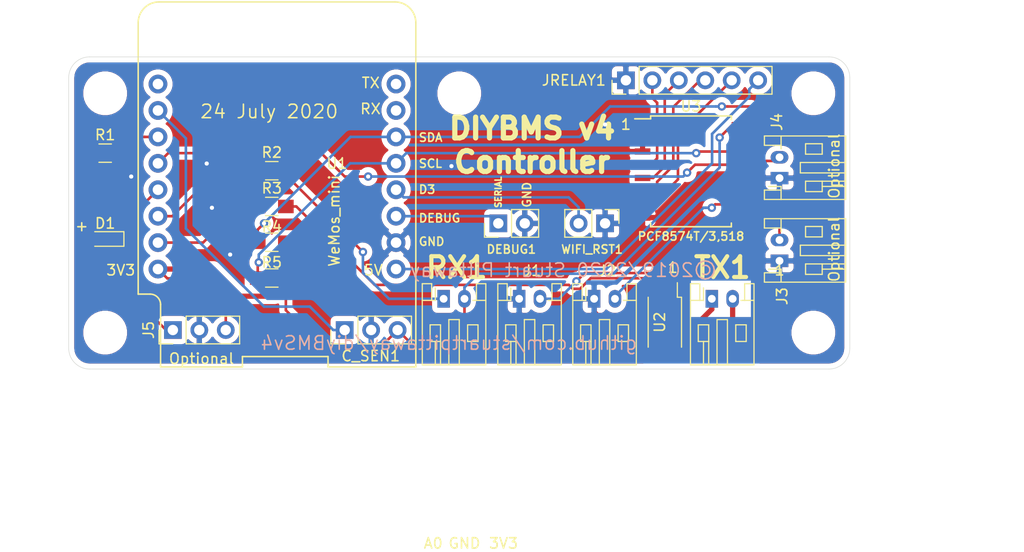
<source format=kicad_pcb>
(kicad_pcb (version 20211014) (generator pcbnew)
  (layers (0 "F.Cu" signal) (31 "B.Cu" signal) (34 "B.Paste" user) (35 "F.Paste" user) (36 "B.SilkS" user "B.Silkscreen") (37 "F.SilkS" user "F.Silkscreen") (38 "B.Mask" user) (39 "F.Mask" user) (44 "Edge.Cuts" user))
  (net 0 "")
  (net 1 "GND")
  (net 2 "+5V")
  (net 3 "+3V3")
  (net 4 "Net-(R1-Pad2)")
  (net 5 "Net-(D1-Pad2)")
  (net 6 "Net-(DEBUG1-Pad1)")
  (net 7 "Net-(R3-Pad1)")
  (net 8 "Net-(R3-Pad2)")
  (net 9 "Net-(TX1-Pad1)")
  (net 10 "Net-(TX1-Pad2)")
  (net 11 "Net-(R2-Pad2)")
  (net 12 "SDA")
  (net 13 "SCL")
  (net 14 "PCFINT")
  (net 15 "Net-(JRELAY1-Pad2)")
  (net 16 "Net-(JRELAY1-Pad3)")
  (net 17 "Net-(JRELAY1-Pad4)")
  (net 18 "Net-(JRELAY1-Pad5)")
  (net 19 "Net-(U1-Pad4)")
  (net 20 "Net-(C_SEN1-Pad1)")
  (net 21 "Net-(J1-Pad2)")
  (net 22 "Net-(J2-Pad2)")
  (net 23 "Net-(J3-Pad2)")
  (net 24 "Net-(J4-Pad2)")
  (net 25 "Net-(J5-Pad1)")
  (footprint "Connectors_JST:JST_PH_S2B-PH-K_02x2.00mm_Angled" (layer "F.Cu") (at 108.5 125.25)
    (fp_text reference "RX1" (at 1.25 -3) (layer "F.SilkS") (effects (font (size 2 2) (thickness 0.4))))
    (fp_text value "Receive" hide)
    (fp_line (start 3.3 4.1) (end 2.3 4.1) (layer "F.SilkS") (width 0.12))
    (fp_line (start 3.3 2.5) (end 3.3 4.1) (layer "F.SilkS") (width 0.12))
    (fp_line (start -1.3 4.1) (end -0.3 4.1) (layer "F.SilkS") (width 0.12))
    (fp_line (start 3.15 0.15) (end 2.8 0.15) (layer "F.SilkS") (width 0.12))
    (fp_line (start 2.3 4.1) (end 2.3 2.5) (layer "F.SilkS") (width 0.12))
    (fp_line (start 4.05 6.35) (end 4.05 -1.45) (layer "F.SilkS") (width 0.12))
    (fp_line (start -1.3 2.5) (end -1.3 4.1) (layer "F.SilkS") (width 0.12))
    (fp_line (start -0.3 4.1) (end -0.3 6.35) (layer "F.SilkS") (width 0.12))
    (fp_line (start -0.8 4.1) (end -0.8 6.35) (layer "F.SilkS") (width 0.12))
    (fp_line (start 0.5 6.35) (end 0.5 2) (layer "F.SilkS") (width 0.12))
    (fp_line (start 1.5 2) (end 1.5 6.35) (layer "F.SilkS") (width 0.12))
    (fp_line (start 3.15 -1.45) (end 3.15 0.15) (layer "F.SilkS") (width 0.12))
    (fp_line (start -2.05 0.15) (end -1.15 0.15) (layer "F.SilkS") (width 0.12))
    (fp_line (start 4.05 0.15) (end 3.15 0.15) (layer "F.SilkS") (width 0.12))
    (fp_line (start -0.8 0.15) (end -0.8 -1.05) (layer "F.SilkS") (width 0.12))
    (fp_line (start -2.05 6.35) (end 4.05 6.35) (layer "F.SilkS") (width 0.12))
    (fp_line (start -1.15 -1.45) (end -2.05 -1.45) (layer "F.SilkS") (width 0.12))
    (fp_line (start 2.3 2.5) (end 3.3 2.5) (layer "F.SilkS") (width 0.12))
    (fp_line (start -1.15 0.15) (end -1.15 -1.45) (layer "F.SilkS") (width 0.12))
    (fp_line (start -0.3 2.5) (end -1.3 2.5) (layer "F.SilkS") (width 0.12))
    (fp_line (start -0.3 4.1) (end -0.3 2.5) (layer "F.SilkS") (width 0.12))
    (fp_line (start -0.8 0.15) (end -1.15 0.15) (layer "F.SilkS") (width 0.12))
    (fp_line (start 0.5 2) (end 1.5 2) (layer "F.SilkS") (width 0.12))
    (fp_line (start -2.05 -1.45) (end -2.05 6.35) (layer "F.SilkS") (width 0.12))
    (fp_line (start 4.05 -1.45) (end 3.15 -1.45) (layer "F.SilkS") (width 0.12))
    (pad "1" thru_hole rect locked (at 0 0) (size 1.2 1.7) (drill 0.75) (layers *.Cu *.Mask) (net 11 "Net-(R2-Pad2)"))
    (pad "2" thru_hole oval locked (at 2 0) (size 1.2 1.7) (drill 0.75) (layers *.Cu *.Mask) (net 3 "+3V3"))
  )
  (footprint "Housings_SSOP:SOP-4_4.4x2.8mm_Pitch1.27mm" (layer "F.Cu") (at 129.75 127.5 -90)
    (fp_text reference "U2" (at 0 0.5 -90) (layer "F.SilkS"))
    (fp_text value "EL3H7(B)(TA)-G")
    (fp_line (start -2.4 -1.59) (end 2.4 -1.59) (layer "F.SilkS") (width 0.12))
    (fp_line (start -2.4 1.61) (end 2.4 1.61) (layer "F.SilkS") (width 0.12))
    (fp_line (start -2.4 -1.59) (end -2.4 -1.19) (layer "F.SilkS") (width 0.12))
    (fp_line (start -2.4 -1.19) (end -3.8 -1.19) (layer "F.SilkS") (width 0.12))
    (pad "1" smd rect locked (at -3.15 -0.64 270) (size 1.3 0.8) (layers "F.Cu" "F.Paste" "F.Mask") (net 7 "Net-(R3-Pad1)"))
    (pad "2" smd rect locked (at -3.15 0.64 270) (size 1.3 0.8) (layers "F.Cu" "F.Paste" "F.Mask") (net 1 "GND"))
    (pad "3" smd rect locked (at 3.15 0.64 270) (size 1.3 0.8) (layers "F.Cu" "F.Paste" "F.Mask") (net 9 "Net-(TX1-Pad1)"))
    (pad "4" smd rect locked (at 3.15 -0.64 270) (size 1.3 0.8) (layers "F.Cu" "F.Paste" "F.Mask") (net 10 "Net-(TX1-Pad2)"))
  )
  (footprint "Mounting_Holes:MountingHole_3.2mm_M3" (layer "F.Cu") (at 76 128.5 -90)
    (fp_text reference "REF**" hide)
    (fp_text value "MountingHole_3.2mm_M3")
    (pad "" np_thru_hole circle locked (at 0 0 270) (size 3.2 3.2) (drill 3.2) (layers *.Cu *.Mask))
  )
  (footprint "Pin_Headers:Pin_Header_Straight_1x02_Pitch2.54mm" (layer "F.Cu") (at 113.75 118 90)
    (fp_text reference "DEBUG1" (at -2.5 1.25 180) (layer "F.SilkS") (effects (font (size 0.8 0.8))))
    (fp_text value "Conn_01x02_Female" hide)
    (fp_line (start -1.33 3.87) (end 1.33 3.87) (layer "F.SilkS") (width 0.12))
    (fp_line (start -1.33 1.27) (end -1.33 3.87) (layer "F.SilkS") (width 0.12))
    (fp_line (start -1.33 0) (end -1.33 -1.33) (layer "F.SilkS") (width 0.12))
    (fp_line (start 1.33 1.27) (end 1.33 3.87) (layer "F.SilkS") (width 0.12))
    (fp_line (start -1.33 -1.33) (end 0 -1.33) (layer "F.SilkS") (width 0.12))
    (fp_line (start -1.33 1.27) (end 1.33 1.27) (layer "F.SilkS") (width 0.12))
    (pad "1" thru_hole rect locked (at 0 0 90) (size 1.7 1.7) (drill 1) (layers *.Cu *.Mask) (net 6 "Net-(DEBUG1-Pad1)"))
    (pad "2" thru_hole oval locked (at 0 2.54 90) (size 1.7 1.7) (drill 1) (layers *.Cu *.Mask) (net 1 "GND"))
  )
  (footprint "Pin_Headers:Pin_Header_Straight_1x02_Pitch2.54mm" (layer "F.Cu") (at 124 118 -90)
    (fp_text reference "WIFI_RST1" (at 2.5 1.25) (layer "F.SilkS") (effects (font (size 0.8 0.8))))
    (fp_text value "WIFI RST" hide)
    (fp_line (start -1.33 1.27) (end 1.33 1.27) (layer "F.SilkS") (width 0.12))
    (fp_line (start -1.33 -1.33) (end 0 -1.33) (layer "F.SilkS") (width 0.12))
    (fp_line (start -1.33 3.87) (end 1.33 3.87) (layer "F.SilkS") (width 0.12))
    (fp_line (start -1.33 0) (end -1.33 -1.33) (layer "F.SilkS") (width 0.12))
    (fp_line (start 1.33 1.27) (end 1.33 3.87) (layer "F.SilkS") (width 0.12))
    (fp_line (start -1.33 1.27) (end -1.33 3.87) (layer "F.SilkS") (width 0.12))
    (pad "1" thru_hole rect locked (at 0 0 270) (size 1.7 1.7) (drill 1) (layers *.Cu *.Mask) (net 1 "GND"))
    (pad "2" thru_hole oval locked (at 0 2.54 270) (size 1.7 1.7) (drill 1) (layers *.Cu *.Mask) (net 19 "Net-(U1-Pad4)"))
  )
  (footprint "Resistors_SMD:R_0805_HandSoldering" (layer "F.Cu") (at 92 116.375 180)
    (fp_text reference "R3" (at 0 1.75 180) (layer "F.SilkS"))
    (fp_text value "220R")
    (fp_line (start 0.6 0.88) (end -0.6 0.88) (layer "F.SilkS") (width 0.12))
    (fp_line (start -0.6 -0.88) (end 0.6 -0.88) (layer "F.SilkS") (width 0.12))
    (pad "1" smd rect locked (at -1.35 0 180) (size 1.5 1.3) (layers "F.Cu" "F.Paste" "F.Mask") (net 7 "Net-(R3-Pad1)"))
    (pad "2" smd rect locked (at 1.35 0 180) (size 1.5 1.3) (layers "F.Cu" "F.Paste" "F.Mask") (net 8 "Net-(R3-Pad2)"))
  )
  (footprint "Resistors_SMD:R_0805_HandSoldering" (layer "F.Cu") (at 92 112.9375 180)
    (fp_text reference "R2" (at 0 1.75 180) (layer "F.SilkS"))
    (fp_text value "4K7")
    (fp_line (start 0.6 0.88) (end -0.6 0.88) (layer "F.SilkS") (width 0.12))
    (fp_line (start -0.6 -0.88) (end 0.6 -0.88) (layer "F.SilkS") (width 0.12))
    (pad "1" smd rect locked (at -1.35 0 180) (size 1.5 1.3) (layers "F.Cu" "F.Paste" "F.Mask") (net 1 "GND"))
    (pad "2" smd rect locked (at 1.35 0 180) (size 1.5 1.3) (layers "F.Cu" "F.Paste" "F.Mask") (net 11 "Net-(R2-Pad2)"))
  )
  (footprint "Mounting_Holes:MountingHole_3.2mm_M3" (layer "F.Cu") (at 76 105.5 -90)
    (fp_text reference "REF**" hide)
    (fp_text value "MountingHole_3.2mm_M3")
    (pad "" np_thru_hole circle locked (at 0 0 270) (size 3.2 3.2) (drill 3.2) (layers *.Cu *.Mask))
  )
  (footprint "Mounting_Holes:MountingHole_3.2mm_M3" (layer "F.Cu") (at 110 105.5 90)
    (fp_text reference "REF**" hide)
    (fp_text value "MountingHole_3.2mm_M3")
    (pad "" np_thru_hole circle locked (at 0 0 90) (size 3.2 3.2) (drill 3.2) (layers *.Cu *.Mask))
  )
  (footprint "Housings_SOIC:SOIC-16W_7.5x10.3mm_Pitch1.27mm" (layer "F.Cu") (at 132.25 113)
    (fp_text reference "U3" (at 0 -6.25) (layer "F.SilkS"))
    (fp_text value "PCF8574T/3,518" (at 0 6.25) (layer "F.SilkS") (effects (font (size 0.8 0.8))))
    (fp_line (start 3.875 -5.325) (end 3.875 -4.97) (layer "F.SilkS") (width 0.15))
    (fp_line (start -3.875 -5.325) (end -3.875 -5.05) (layer "F.SilkS") (width 0.15))
    (fp_line (start -3.875 -5.325) (end 3.875 -5.325) (layer "F.SilkS") (width 0.15))
    (fp_line (start 3.875 5.325) (end 3.875 4.97) (layer "F.SilkS") (width 0.15))
    (fp_line (start -3.875 -5.05) (end -5.4 -5.05) (layer "F.SilkS") (width 0.15))
    (fp_line (start -3.875 5.325) (end 3.875 5.325) (layer "F.SilkS") (width 0.15))
    (fp_line (start -3.875 5.325) (end -3.875 4.97) (layer "F.SilkS") (width 0.15))
    (pad "1" smd rect locked (at -4.65 -4.445) (size 1.5 0.6) (layers "F.Cu" "F.Paste" "F.Mask") (net 1 "GND"))
    (pad "2" smd rect locked (at -4.65 -3.175) (size 1.5 0.6) (layers "F.Cu" "F.Paste" "F.Mask") (net 1 "GND"))
    (pad "3" smd rect locked (at -4.65 -1.905) (size 1.5 0.6) (layers "F.Cu" "F.Paste" "F.Mask") (net 1 "GND"))
    (pad "4" smd rect locked (at -4.65 -0.635) (size 1.5 0.6) (layers "F.Cu" "F.Paste" "F.Mask") (net 15 "Net-(JRELAY1-Pad2)"))
    (pad "5" smd rect locked (at -4.65 0.635) (size 1.5 0.6) (layers "F.Cu" "F.Paste" "F.Mask") (net 16 "Net-(JRELAY1-Pad3)"))
    (pad "6" smd rect locked (at -4.65 1.905) (size 1.5 0.6) (layers "F.Cu" "F.Paste" "F.Mask") (net 17 "Net-(JRELAY1-Pad4)"))
    (pad "7" smd rect locked (at -4.65 3.175) (size 1.5 0.6) (layers "F.Cu" "F.Paste" "F.Mask") (net 18 "Net-(JRELAY1-Pad5)"))
    (pad "8" smd rect locked (at -4.65 4.445) (size 1.5 0.6) (layers "F.Cu" "F.Paste" "F.Mask") (net 1 "GND"))
    (pad "9" smd rect locked (at 4.65 4.445) (size 1.5 0.6) (layers "F.Cu" "F.Paste" "F.Mask") (net 21 "Net-(J1-Pad2)"))
    (pad "10" smd rect locked (at 4.65 3.175) (size 1.5 0.6) (layers "F.Cu" "F.Paste" "F.Mask") (net 22 "Net-(J2-Pad2)"))
    (pad "11" smd rect locked (at 4.65 1.905) (size 1.5 0.6) (layers "F.Cu" "F.Paste" "F.Mask") (net 23 "Net-(J3-Pad2)"))
    (pad "12" smd rect locked (at 4.65 0.635) (size 1.5 0.6) (layers "F.Cu" "F.Paste" "F.Mask") (net 24 "Net-(J4-Pad2)"))
    (pad "13" smd rect locked (at 4.65 -0.635) (size 1.5 0.6) (layers "F.Cu" "F.Paste" "F.Mask") (net 14 "PCFINT"))
    (pad "14" smd rect locked (at 4.65 -1.905) (size 1.5 0.6) (layers "F.Cu" "F.Paste" "F.Mask") (net 13 "SCL"))
    (pad "15" smd rect locked (at 4.65 -3.175) (size 1.5 0.6) (layers "F.Cu" "F.Paste" "F.Mask") (net 12 "SDA"))
    (pad "16" smd rect locked (at 4.65 -4.445) (size 1.5 0.6) (layers "F.Cu" "F.Paste" "F.Mask") (net 3 "+3V3"))
  )
  (footprint "Resistors_SMD:R_0805_HandSoldering" (layer "F.Cu") (at 76 111.25 180)
    (fp_text reference "R1" (at 0 1.75 180) (layer "F.SilkS"))
    (fp_text value "470R")
    (fp_line (start 0.6 0.88) (end -0.6 0.88) (layer "F.SilkS") (width 0.12))
    (fp_line (start -0.6 -0.88) (end 0.6 -0.88) (layer "F.SilkS") (width 0.12))
    (pad "1" smd rect locked (at -1.35 0 180) (size 1.5 1.3) (layers "F.Cu" "F.Paste" "F.Mask") (net 5 "Net-(D1-Pad2)"))
    (pad "2" smd rect locked (at 1.35 0 180) (size 1.5 1.3) (layers "F.Cu" "F.Paste" "F.Mask") (net 4 "Net-(R1-Pad2)"))
  )
  (footprint "LEDs:LED_0805" (layer "F.Cu") (at 76 119.5 180)
    (fp_text reference "D1" (at 0 1.5) (layer "F.SilkS"))
    (fp_text value "COMMS")
    (fp_line (start -1.8 0.7) (end 1 0.7) (layer "F.SilkS") (width 0.12))
    (fp_line (start -1.8 -0.7) (end -1.8 0.7) (layer "F.SilkS") (width 0.12))
    (fp_line (start -1.8 -0.7) (end 1 -0.7) (layer "F.SilkS") (width 0.12))
    (pad "1" smd rect locked (at -1.1 0) (size 1.2 1.2) (layers "F.Cu" "F.Paste" "F.Mask") (net 1 "GND"))
    (pad "2" smd rect locked (at 1.1 0) (size 1.2 1.2) (layers "F.Cu" "F.Paste" "F.Mask") (net 5 "Net-(D1-Pad2)"))
  )
  (footprint "ESPControllerCircuit:wemos-d1-mini-with-pin-header" (layer "F.Cu") (at 92.5 113.5 90)
    (fp_text reference "U1" (at 1.25 5.75 180) (layer "F.SilkS"))
    (fp_text value "WeMos_mini" (at -4.25 5.5 270) (layer "F.SilkS"))
    (fp_line (start -11.3 -13.33) (end -11.3 -13.33) (layer "F.SilkS") (width 0.15))
    (fp_line (start -18.3 -3.32) (end -17.3 -3.32) (layer "F.SilkS") (width 0.15))
    (fp_line (start -17.3 4.9) (end -18.3 4.9) (layer "F.SilkS") (width 0.15))
    (fp_line (start -18.3 -11.18) (end -18.3 -3.32) (layer "F.SilkS") (width 0.15))
    (fp_line (start -18.3 -11.18) (end -12.3 -11.18) (layer "F.SilkS") (width 0.15))
    (fp_line (start -11.3 -12.17) (end -11.3 -13.33) (layer "F.SilkS") (width 0.15))
    (fp_line (start -18.3 4.9) (end -18.3 13.329999) (layer "F.SilkS") (width 0.15))
    (fp_line (start 16.78 11.33) (end 16.78 -11.33) (layer "F.SilkS") (width 0.15))
    (fp_line (start 14.78 -13.33) (end -11.3 -13.33) (layer "F.SilkS") (width 0.15))
    (fp_line (start -18.3 13.33) (end 14.78 13.33) (layer "F.SilkS") (width 0.15))
    (fp_line (start -17.3 -3.32) (end -17.3 4.9) (layer "F.SilkS") (width 0.15))
    (fp_arc (start 16.78 11.33) (mid 16.194214 12.744214) (end 14.78 13.33) (layer "F.SilkS") (width 0.15))
    (fp_arc (start 14.78 -13.33) (mid 16.194214 -12.744214) (end 16.78 -11.33) (layer "F.SilkS") (width 0.15))
    (fp_arc (start -11.3 -12.18) (mid -11.592893 -11.472893) (end -12.3 -11.18) (layer "F.SilkS") (width 0.15))
    (pad "1" thru_hole circle locked (at -8.89 11.43 90) (size 1.8 1.8) (drill 1.016) (layers *.Cu *.Mask) (net 2 "+5V"))
    (pad "2" thru_hole circle locked (at -6.35 11.43 90) (size 1.8 1.8) (drill 1.016) (layers *.Cu *.Mask) (net 1 "GND"))
    (pad "3" thru_hole circle locked (at -3.81 11.43 90) (size 1.8 1.8) (drill 1.016) (layers *.Cu *.Mask) (net 6 "Net-(DEBUG1-Pad1)"))
    (pad "4" thru_hole circle locked (at -1.27 11.43 90) (size 1.8 1.8) (drill 1.016) (layers *.Cu *.Mask) (net 19 "Net-(U1-Pad4)"))
    (pad "5" thru_hole circle locked (at 1.27 11.43 90) (size 1.8 1.8) (drill 1.016) (layers *.Cu *.Mask) (net 13 "SCL"))
    (pad "6" thru_hole circle locked (at 3.81 11.43 90) (size 1.8 1.8) (drill 1.016) (layers *.Cu *.Mask) (net 12 "SDA"))
    (pad "7" thru_hole circle locked (at 6.35 11.43 90) (size 1.8 1.8) (drill 1.016) (layers *.Cu *.Mask))
    (pad "8" thru_hole circle locked (at 8.89 11.43 90) (size 1.8 1.8) (drill 1.016) (layers *.Cu *.Mask))
    (pad "9" thru_hole circle locked (at 8.89 -11.43 90) (size 1.8 1.8) (drill 1.016) (layers *.Cu *.Mask))
    (pad "10" thru_hole circle locked (at 6.35 -11.43 90) (size 1.8 1.8) (drill 1.016) (layers *.Cu *.Mask) (net 20 "Net-(C_SEN1-Pad1)"))
    (pad "11" thru_hole circle locked (at 3.81 -11.43 90) (size 1.8 1.8) (drill 1.016) (layers *.Cu *.Mask) (net 4 "Net-(R1-Pad2)"))
    (pad "12" thru_hole circle locked (at 1.27 -11.43 90) (size 1.8 1.8) (drill 1.016) (layers *.Cu *.Mask) (net 14 "PCFINT"))
    (pad "13" thru_hole circle locked (at -1.27 -11.43 90) (size 1.8 1.8) (drill 1.016) (layers *.Cu *.Mask) (net 25 "Net-(J5-Pad1)"))
    (pad "14" thru_hole circle locked (at -3.81 -11.43 90) (size 1.8 1.8) (drill 1.016) (layers *.Cu *.Mask) (net 11 "Net-(R2-Pad2)"))
    (pad "15" thru_hole circle locked (at -6.35 -11.43 90) (size 1.8 1.8) (drill 1.016) (layers *.Cu *.Mask) (net 8 "Net-(R3-Pad2)"))
    (pad "16" thru_hole circle locked (at -8.89 -11.43 90) (size 1.8 1.8) (drill 1.016) (layers *.Cu *.Mask) (net 3 "+3V3"))
  )
  (footprint "Resistors_SMD:R_0805_HandSoldering" (layer "F.Cu") (at 92 119.8125 180)
    (fp_text reference "R4" (at 0 1.5 180) (layer "F.SilkS"))
    (fp_text value "4K7")
    (fp_line (start -0.6 -0.88) (end 0.6 -0.88) (layer "F.SilkS") (width 0.12))
    (fp_line (start 0.6 0.88) (end -0.6 0.88) (layer "F.SilkS") (width 0.12))
    (pad "1" smd rect locked (at -1.35 0 180) (size 1.5 1.3) (layers "F.Cu" "F.Paste" "F.Mask") (net 3 "+3V3"))
    (pad "2" smd rect locked (at 1.35 0 180) (size 1.5 1.3) (layers "F.Cu" "F.Paste" "F.Mask") (net 12 "SDA"))
  )
  (footprint "Resistors_SMD:R_0805_HandSoldering" (layer "F.Cu") (at 92 123.25 180)
    (fp_text reference "R5" (at 0 1.5 180) (layer "F.SilkS"))
    (fp_text value "4K7")
    (fp_line (start -0.6 -0.88) (end 0.6 -0.88) (layer "F.SilkS") (width 0.12))
    (fp_line (start 0.6 0.88) (end -0.6 0.88) (layer "F.SilkS") (width 0.12))
    (pad "1" smd rect locked (at -1.35 0 180) (size 1.5 1.3) (layers "F.Cu" "F.Paste" "F.Mask") (net 3 "+3V3"))
    (pad "2" smd rect locked (at 1.35 0 180) (size 1.5 1.3) (layers "F.Cu" "F.Paste" "F.Mask") (net 13 "SCL"))
  )
  (footprint "Pin_Headers:Pin_Header_Straight_1x06_Pitch2.54mm" (layer "F.Cu") (at 126 104.25 90)
    (fp_text reference "JRELAY1" (at 0 -5 180) (layer "F.SilkS"))
    (fp_text value "Conn_01x06_Male")
    (fp_line (start -1.33 14.03) (end 1.33 14.03) (layer "F.SilkS") (width 0.12))
    (fp_line (start -1.33 -1.33) (end 0 -1.33) (layer "F.SilkS") (width 0.12))
    (fp_line (start -1.33 1.27) (end 1.33 1.27) (layer "F.SilkS") (width 0.12))
    (fp_line (start 1.33 1.27) (end 1.33 14.03) (layer "F.SilkS") (width 0.12))
    (fp_line (start -1.33 1.27) (end -1.33 14.03) (layer "F.SilkS") (width 0.12))
    (fp_line (start -1.33 0) (end -1.33 -1.33) (layer "F.SilkS") (width 0.12))
    (pad "1" thru_hole rect locked (at 0 0 90) (size 1.7 1.7) (drill 1) (layers *.Cu *.Mask) (net 1 "GND"))
    (pad "2" thru_hole oval locked (at 0 2.54 90) (size 1.7 1.7) (drill 1) (layers *.Cu *.Mask) (net 15 "Net-(JRELAY1-Pad2)"))
    (pad "3" thru_hole oval locked (at 0 5.08 90) (size 1.7 1.7) (drill 1) (layers *.Cu *.Mask) (net 16 "Net-(JRELAY1-Pad3)"))
    (pad "4" thru_hole oval locked (at 0 7.62 90) (size 1.7 1.7) (drill 1) (layers *.Cu *.Mask) (net 17 "Net-(JRELAY1-Pad4)"))
    (pad "5" thru_hole oval locked (at 0 10.16 90) (size 1.7 1.7) (drill 1) (layers *.Cu *.Mask) (net 18 "Net-(JRELAY1-Pad5)"))
    (pad "6" thru_hole oval locked (at 0 12.7 90) (size 1.7 1.7) (drill 1) (layers *.Cu *.Mask) (net 2 "+5V"))
  )
  (footprint "Connectors_JST:JST_PH_S2B-PH-K_02x2.00mm_Angled" (layer "F.Cu") (at 115.75 125.25)
    (fp_text reference "J1" (at 1.25 -2.7) (layer "F.SilkS"))
    (fp_text value "Input")
    (fp_line (start 1.5 2) (end 1.5 6.35) (layer "F.SilkS") (width 0.12))
    (fp_line (start 4.05 -1.45) (end 3.15 -1.45) (layer "F.SilkS") (width 0.12))
    (fp_line (start -0.3 2.5) (end -1.3 2.5) (layer "F.SilkS") (width 0.12))
    (fp_line (start 3.3 4.1) (end 2.3 4.1) (layer "F.SilkS") (width 0.12))
    (fp_line (start 3.3 2.5) (end 3.3 4.1) (layer "F.SilkS") (width 0.12))
    (fp_line (start -0.3 4.1) (end -0.3 6.35) (layer "F.SilkS") (width 0.12))
    (fp_line (start -2.05 -1.45) (end -2.05 6.35) (layer "F.SilkS") (width 0.12))
    (fp_line (start 2.3 4.1) (end 2.3 2.5) (layer "F.SilkS") (width 0.12))
    (fp_line (start -0.8 0.15) (end -0.8 -1.05) (layer "F.SilkS") (width 0.12))
    (fp_line (start 0.5 6.35) (end 0.5 2) (layer "F.SilkS") (width 0.12))
    (fp_line (start 4.05 6.35) (end 4.05 -1.45) (layer "F.SilkS") (width 0.12))
    (fp_line (start -2.05 0.15) (end -1.15 0.15) (layer "F.SilkS") (width 0.12))
    (fp_line (start -0.8 0.15) (end -1.15 0.15) (layer "F.SilkS") (width 0.12))
    (fp_line (start -1.3 4.1) (end -0.3 4.1) (layer "F.SilkS") (width 0.12))
    (fp_line (start 0.5 2) (end 1.5 2) (layer "F.SilkS") (width 0.12))
    (fp_line (start -1.15 0.15) (end -1.15 -1.45) (layer "F.SilkS") (width 0.12))
    (fp_line (start -2.05 6.35) (end 4.05 6.35) (layer "F.SilkS") (width 0.12))
    (fp_line (start -0.8 4.1) (end -0.8 6.35) (layer "F.SilkS") (width 0.12))
    (fp_line (start 2.3 2.5) (end 3.3 2.5) (layer "F.SilkS") (width 0.12))
    (fp_line (start -1.3 2.5) (end -1.3 4.1) (layer "F.SilkS") (width 0.12))
    (fp_line (start 3.15 -1.45) (end 3.15 0.15) (layer "F.SilkS") (width 0.12))
    (fp_line (start 3.15 0.15) (end 2.8 0.15) (layer "F.SilkS") (width 0.12))
    (fp_line (start 4.05 0.15) (end 3.15 0.15) (layer "F.SilkS") (width 0.12))
    (fp_line (start -0.3 4.1) (end -0.3 2.5) (layer "F.SilkS") (width 0.12))
    (fp_line (start -1.15 -1.45) (end -2.05 -1.45) (layer "F.SilkS") (width 0.12))
    (pad "1" thru_hole rect locked (at 0 0) (size 1.2 1.7) (drill 0.75) (layers *.Cu *.Mask) (net 1 "GND"))
    (pad "2" thru_hole oval locked (at 2 0) (size 1.2 1.7) (drill 0.75) (layers *.Cu *.Mask) (net 21 "Net-(J1-Pad2)"))
  )
  (footprint "Connectors_JST:JST_PH_S2B-PH-K_02x2.00mm_Angled" (layer "F.Cu") (at 122.95 125.25)
    (fp_text reference "J2" (at 1.25 -2.7) (layer "F.SilkS"))
    (fp_text value "Input")
    (fp_line (start -0.3 2.5) (end -1.3 2.5) (layer "F.SilkS") (width 0.12))
    (fp_line (start 3.3 4.1) (end 2.3 4.1) (layer "F.SilkS") (width 0.12))
    (fp_line (start -0.3 4.1) (end -0.3 6.35) (layer "F.SilkS") (width 0.12))
    (fp_line (start -2.05 -1.45) (end -2.05 6.35) (layer "F.SilkS") (width 0.12))
    (fp_line (start 3.3 2.5) (end 3.3 4.1) (layer "F.SilkS") (width 0.12))
    (fp_line (start -1.15 -1.45) (end -2.05 -1.45) (layer "F.SilkS") (width 0.12))
    (fp_line (start 2.3 4.1) (end 2.3 2.5) (layer "F.SilkS") (width 0.12))
    (fp_line (start 3.15 -1.45) (end 3.15 0.15) (layer "F.SilkS") (width 0.12))
    (fp_line (start -0.8 0.15) (end -0.8 -1.05) (layer "F.SilkS") (width 0.12))
    (fp_line (start -1.3 4.1) (end -0.3 4.1) (layer "F.SilkS") (width 0.12))
    (fp_line (start 4.05 -1.45) (end 3.15 -1.45) (layer "F.SilkS") (width 0.12))
    (fp_line (start -0.3 4.1) (end -0.3 2.5) (layer "F.SilkS") (width 0.12))
    (fp_line (start 4.05 0.15) (end 3.15 0.15) (layer "F.SilkS") (width 0.12))
    (fp_line (start 2.3 2.5) (end 3.3 2.5) (layer "F.SilkS") (width 0.12))
    (fp_line (start 1.5 2) (end 1.5 6.35) (layer "F.SilkS") (width 0.12))
    (fp_line (start 4.05 6.35) (end 4.05 -1.45) (layer "F.SilkS") (width 0.12))
    (fp_line (start -0.8 0.15) (end -1.15 0.15) (layer "F.SilkS") (width 0.12))
    (fp_line (start -1.15 0.15) (end -1.15 -1.45) (layer "F.SilkS") (width 0.12))
    (fp_line (start -2.05 0.15) (end -1.15 0.15) (layer "F.SilkS") (width 0.12))
    (fp_line (start -1.3 2.5) (end -1.3 4.1) (layer "F.SilkS") (width 0.12))
    (fp_line (start -2.05 6.35) (end 4.05 6.35) (layer "F.SilkS") (width 0.12))
    (fp_line (start 0.5 2) (end 1.5 2) (layer "F.SilkS") (width 0.12))
    (fp_line (start 3.15 0.15) (end 2.8 0.15) (layer "F.SilkS") (width 0.12))
    (fp_line (start 0.5 6.35) (end 0.5 2) (layer "F.SilkS") (width 0.12))
    (fp_line (start -0.8 4.1) (end -0.8 6.35) (layer "F.SilkS") (width 0.12))
    (pad "1" thru_hole rect locked (at 0 0) (size 1.2 1.7) (drill 0.75) (layers *.Cu *.Mask) (net 1 "GND"))
    (pad "2" thru_hole oval locked (at 2 0) (size 1.2 1.7) (drill 0.75) (layers *.Cu *.Mask) (net 22 "Net-(J2-Pad2)"))
  )
  (footprint "Connectors_JST:JST_PH_S2B-PH-K_02x2.00mm_Angled" (layer "F.Cu") (at 134.25 125.25)
    (fp_text reference "TX1" (at 1 -3) (layer "F.SilkS") (effects (font (size 2 2) (thickness 0.4))))
    (fp_text value "Transmit" hide)
    (fp_line (start 2.3 2.5) (end 3.3 2.5) (layer "F.SilkS") (width 0.12))
    (fp_line (start 2.3 4.1) (end 2.3 2.5) (layer "F.SilkS") (width 0.12))
    (fp_line (start 0.5 6.35) (end 0.5 2) (layer "F.SilkS") (width 0.12))
    (fp_line (start 0.5 2) (end 1.5 2) (layer "F.SilkS") (width 0.12))
    (fp_line (start -2.05 6.35) (end 4.05 6.35) (layer "F.SilkS") (width 0.12))
    (fp_line (start -0.8 4.1) (end -0.8 6.35) (layer "F.SilkS") (width 0.12))
    (fp_line (start -1.3 4.1) (end -0.3 4.1) (layer "F.SilkS") (width 0.12))
    (fp_line (start -0.3 2.5) (end -1.3 2.5) (layer "F.SilkS") (width 0.12))
    (fp_line (start 1.5 2) (end 1.5 6.35) (layer "F.SilkS") (width 0.12))
    (fp_line (start -0.8 0.15) (end -0.8 -1.05) (layer "F.SilkS") (width 0.12))
    (fp_line (start -1.15 -1.45) (end -2.05 -1.45) (layer "F.SilkS") (width 0.12))
    (fp_line (start 3.3 2.5) (end 3.3 4.1) (layer "F.SilkS") (width 0.12))
    (fp_line (start -2.05 0.15) (end -1.15 0.15) (layer "F.SilkS") (width 0.12))
    (fp_line (start 3.15 -1.45) (end 3.15 0.15) (layer "F.SilkS") (width 0.12))
    (fp_line (start -2.05 -1.45) (end -2.05 6.35) (layer "F.SilkS") (width 0.12))
    (fp_line (start 4.05 0.15) (end 3.15 0.15) (layer "F.SilkS") (width 0.12))
    (fp_line (start -0.8 0.15) (end -1.15 0.15) (layer "F.SilkS") (width 0.12))
    (fp_line (start -0.3 4.1) (end -0.3 2.5) (layer "F.SilkS") (width 0.12))
    (fp_line (start -1.15 0.15) (end -1.15 -1.45) (layer "F.SilkS") (width 0.12))
    (fp_line (start 4.05 -1.45) (end 3.15 -1.45) (layer "F.SilkS") (width 0.12))
    (fp_line (start -0.3 4.1) (end -0.3 6.35) (layer "F.SilkS") (width 0.12))
    (fp_line (start 3.15 0.15) (end 2.8 0.15) (layer "F.SilkS") (width 0.12))
    (fp_line (start 3.3 4.1) (end 2.3 4.1) (layer "F.SilkS") (width 0.12))
    (fp_line (start -1.3 2.5) (end -1.3 4.1) (layer "F.SilkS") (width 0.12))
    (fp_line (start 4.05 6.35) (end 4.05 -1.45) (layer "F.SilkS") (width 0.12))
    (pad "1" thru_hole rect locked (at 0 0) (size 1.2 1.7) (drill 0.75) (layers *.Cu *.Mask) (net 9 "Net-(TX1-Pad1)"))
    (pad "2" thru_hole oval locked (at 2 0) (size 1.2 1.7) (drill 0.75) (layers *.Cu *.Mask) (net 10 "Net-(TX1-Pad2)"))
  )
  (footprint "Pin_Headers:Pin_Header_Straight_1x03_Pitch2.54mm" (layer "F.Cu") (at 82.5 128.25 90)
    (fp_text reference "J5" (at 0 -2.33 90) (layer "F.SilkS"))
    (fp_text value "Optional")
    (fp_line (start 1.33 1.27) (end 1.33 6.41) (layer "F.SilkS") (width 0.12))
    (fp_line (start -1.33 0) (end -1.33 -1.33) (layer "F.SilkS") (width 0.12))
    (fp_line (start -1.33 1.27) (end 1.33 1.27) (layer "F.SilkS") (width 0.12))
    (fp_line (start -1.33 1.27) (end -1.33 6.41) (layer "F.SilkS") (width 0.12))
    (fp_line (start -1.33 6.41) (end 1.33 6.41) (layer "F.SilkS") (width 0.12))
    (fp_line (start -1.33 -1.33) (end 0 -1.33) (layer "F.SilkS") (width 0.12))
    (pad "1" thru_hole rect locked (at 0 0 90) (size 1.7 1.7) (drill 1) (layers *.Cu *.Mask) (net 25 "Net-(J5-Pad1)"))
    (pad "2" thru_hole oval locked (at 0 2.54 90) (size 1.7 1.7) (drill 1) (layers *.Cu *.Mask) (net 1 "GND"))
    (pad "3" thru_hole oval locked (at 0 5.08 90) (size 1.7 1.7) (drill 1) (layers *.Cu *.Mask) (net 3 "+3V3"))
  )
  (footprint "Mounting_Holes:MountingHole_3.2mm_M3" (layer "F.Cu") (at 144 128.5 90)
    (fp_text reference "REF**" hide)
    (fp_text value "MountingHole_3.2mm_M3")
    (pad "" np_thru_hole circle locked (at 0 0 90) (size 3.2 3.2) (drill 3.2) (layers *.Cu *.Mask))
  )
  (footprint "Pin_Headers:Pin_Header_Straight_1x03_Pitch2.54mm" (layer "F.Cu") (at 99 128.25 90)
    (fp_text reference "C_SEN1" (at -2.5 2.5 180) (layer "F.SilkS"))
    (fp_text value "Current Sensor")
    (fp_line (start -1.33 1.27) (end 1.33 1.27) (layer "F.SilkS") (width 0.12))
    (fp_line (start -1.33 -1.33) (end 0 -1.33) (layer "F.SilkS") (width 0.12))
    (fp_line (start 1.33 1.27) (end 1.33 6.41) (layer "F.SilkS") (width 0.12))
    (fp_line (start -1.33 1.27) (end -1.33 6.41) (layer "F.SilkS") (width 0.12))
    (fp_line (start -1.33 0) (end -1.33 -1.33) (layer "F.SilkS") (width 0.12))
    (fp_line (start -1.33 6.41) (end 1.33 6.41) (layer "F.SilkS") (width 0.12))
    (pad "1" thru_hole rect locked (at 0 0 90) (size 1.7 1.7) (drill 1) (layers *.Cu *.Mask) (net 20 "Net-(C_SEN1-Pad1)"))
    (pad "2" thru_hole oval locked (at 0 2.54 90) (size 1.7 1.7) (drill 1) (layers *.Cu *.Mask) (net 1 "GND"))
    (pad "3" thru_hole oval locked (at 0 5.08 90) (size 1.7 1.7) (drill 1) (layers *.Cu *.Mask) (net 3 "+3V3"))
  )
  (footprint "Connectors_JST:JST_PH_S2B-PH-K_02x2.00mm_Angled" (layer "F.Cu") (at 140.75 121.6 90)
    (fp_text reference "J3" (at -3.4 0.25 90) (layer "F.SilkS"))
    (fp_text value "Input")
    (fp_line (start 3.3 2.5) (end 3.3 4.1) (layer "F.SilkS") (width 0.12))
    (fp_line (start 4.05 0.15) (end 3.15 0.15) (layer "F.SilkS") (width 0.12))
    (fp_line (start 0.5 6.35) (end 0.5 2) (layer "F.SilkS") (width 0.12))
    (fp_line (start -0.3 2.5) (end -1.3 2.5) (layer "F.SilkS") (width 0.12))
    (fp_line (start 4.05 -1.45) (end 3.15 -1.45) (layer "F.SilkS") (width 0.12))
    (fp_line (start -1.15 -1.45) (end -2.05 -1.45) (layer "F.SilkS") (width 0.12))
    (fp_line (start -1.3 2.5) (end -1.3 4.1) (layer "F.SilkS") (width 0.12))
    (fp_line (start 3.15 0.15) (end 2.8 0.15) (layer "F.SilkS") (width 0.12))
    (fp_line (start -0.8 4.1) (end -0.8 6.35) (layer "F.SilkS") (width 0.12))
    (fp_line (start -1.15 0.15) (end -1.15 -1.45) (layer "F.SilkS") (width 0.12))
    (fp_line (start 4.05 6.35) (end 4.05 -1.45) (layer "F.SilkS") (width 0.12))
    (fp_line (start -0.8 0.15) (end -0.8 -1.05) (layer "F.SilkS") (width 0.12))
    (fp_line (start 3.15 -1.45) (end 3.15 0.15) (layer "F.SilkS") (width 0.12))
    (fp_line (start -2.05 0.15) (end -1.15 0.15) (layer "F.SilkS") (width 0.12))
    (fp_line (start 0.5 2) (end 1.5 2) (layer "F.SilkS") (width 0.12))
    (fp_line (start -2.05 6.35) (end 4.05 6.35) (layer "F.SilkS") (width 0.12))
    (fp_line (start 2.3 4.1) (end 2.3 2.5) (layer "F.SilkS") (width 0.12))
    (fp_line (start -0.3 4.1) (end -0.3 6.35) (layer "F.SilkS") (width 0.12))
    (fp_line (start -2.05 -1.45) (end -2.05 6.35) (layer "F.SilkS") (width 0.12))
    (fp_line (start -0.8 0.15) (end -1.15 0.15) (layer "F.SilkS") (width 0.12))
    (fp_line (start 2.3 2.5) (end 3.3 2.5) (layer "F.SilkS") (width 0.12))
    (fp_line (start -1.3 4.1) (end -0.3 4.1) (layer "F.SilkS") (width 0.12))
    (fp_line (start 1.5 2) (end 1.5 6.35) (layer "F.SilkS") (width 0.12))
    (fp_line (start 3.3 4.1) (end 2.3 4.1) (layer "F.SilkS") (width 0.12))
    (fp_line (start -0.3 4.1) (end -0.3 2.5) (layer "F.SilkS") (width 0.12))
    (pad "1" thru_hole rect locked (at 0 0 90) (size 1.2 1.7) (drill 0.75) (layers *.Cu *.Mask) (net 1 "GND"))
    (pad "2" thru_hole oval locked (at 2 0 90) (size 1.2 1.7) (drill 0.75) (layers *.Cu *.Mask) (net 23 "Net-(J3-Pad2)"))
  )
  (footprint "Connectors_JST:JST_PH_S2B-PH-K_02x2.00mm_Angled" (layer "F.Cu") (at 140.75 113.65 90)
    (fp_text reference "J4" (at 5.4 -0.25 90) (layer "F.SilkS"))
    (fp_text value "Input")
    (fp_line (start -0.3 2.5) (end -1.3 2.5) (layer "F.SilkS") (width 0.12))
    (fp_line (start -0.8 4.1) (end -0.8 6.35) (layer "F.SilkS") (width 0.12))
    (fp_line (start 3.15 0.15) (end 2.8 0.15) (layer "F.SilkS") (width 0.12))
    (fp_line (start 3.3 2.5) (end 3.3 4.1) (layer "F.SilkS") (width 0.12))
    (fp_line (start -0.3 4.1) (end -0.3 6.35) (layer "F.SilkS") (width 0.12))
    (fp_line (start -2.05 0.15) (end -1.15 0.15) (layer "F.SilkS") (width 0.12))
    (fp_line (start 0.5 2) (end 1.5 2) (layer "F.SilkS") (width 0.12))
    (fp_line (start -2.05 -1.45) (end -2.05 6.35) (layer "F.SilkS") (width 0.12))
    (fp_line (start 4.05 6.35) (end 4.05 -1.45) (layer "F.SilkS") (width 0.12))
    (fp_line (start -2.05 6.35) (end 4.05 6.35) (layer "F.SilkS") (width 0.12))
    (fp_line (start -0.3 4.1) (end -0.3 2.5) (layer "F.SilkS") (width 0.12))
    (fp_line (start 3.15 -1.45) (end 3.15 0.15) (layer "F.SilkS") (width 0.12))
    (fp_line (start -1.3 4.1) (end -0.3 4.1) (layer "F.SilkS") (width 0.12))
    (fp_line (start 2.3 2.5) (end 3.3 2.5) (layer "F.SilkS") (width 0.12))
    (fp_line (start 1.5 2) (end 1.5 6.35) (layer "F.SilkS") (width 0.12))
    (fp_line (start -0.8 0.15) (end -1.15 0.15) (layer "F.SilkS") (width 0.12))
    (fp_line (start 0.5 6.35) (end 0.5 2) (layer "F.SilkS") (width 0.12))
    (fp_line (start 4.05 -1.45) (end 3.15 -1.45) (layer "F.SilkS") (width 0.12))
    (fp_line (start -1.15 0.15) (end -1.15 -1.45) (layer "F.SilkS") (width 0.12))
    (fp_line (start 2.3 4.1) (end 2.3 2.5) (layer "F.SilkS") (width 0.12))
    (fp_line (start 3.3 4.1) (end 2.3 4.1) (layer "F.SilkS") (width 0.12))
    (fp_line (start -0.8 0.15) (end -0.8 -1.05) (layer "F.SilkS") (width 0.12))
    (fp_line (start -1.15 -1.45) (end -2.05 -1.45) (layer "F.SilkS") (width 0.12))
    (fp_line (start 4.05 0.15) (end 3.15 0.15) (layer "F.SilkS") (width 0.12))
    (fp_line (start -1.3 2.5) (end -1.3 4.1) (layer "F.SilkS") (width 0.12))
    (pad "1" thru_hole rect locked (at 0 0 90) (size 1.2 1.7) (drill 0.75) (layers *.Cu *.Mask) (net 1 "GND"))
    (pad "2" thru_hole oval locked (at 2 0 90) (size 1.2 1.7) (drill 0.75) (layers *.Cu *.Mask) (net 24 "Net-(J4-Pad2)"))
  )
  (footprint "Mounting_Holes:MountingHole_3.2mm_M3" (layer "F.Cu") (at 144 105.5 90)
    (fp_text reference "REF**" hide)
    (fp_text value "MountingHole_3.2mm_M3")
    (pad "" np_thru_hole circle locked (at 0 0 90) (size 3.2 3.2) (drill 3.2) (layers *.Cu *.Mask))
  )
  (gr_arc (start 72.5 104) (mid 73.085786 102.585786) (end 74.5 102) (layer "Edge.Cuts") (width 0.05))
  (gr_arc (start 74.5 132) (mid 73.085786 131.414214) (end 72.5 130) (layer "Edge.Cuts") (width 0.05))
  (gr_line (start 72.5 130) (end 72.5 104) (layer "Edge.Cuts") (width 0.05))
  (gr_line (start 147.5 104) (end 147.5 130) (layer "Edge.Cuts") (width 0.05))
  (gr_arc (start 145.5 102) (mid 146.914214 102.585786) (end 147.5 104) (layer "Edge.Cuts") (width 0.05))
  (gr_arc (start 147.5 130) (mid 146.914214 131.414214) (end 145.5 132) (layer "Edge.Cuts") (width 0.05))
  (gr_line (start 74.5 132) (end 145.5 132) (layer "Edge.Cuts") (width 0.05))
  (gr_line (start 145.5 102) (end 74.5 102) (layer "Edge.Cuts") (width 0.05))
  (gr_text "©2019/2020 Stuart Pittaway" (at 120 122.5) (layer "B.SilkS") (effects (font (size 1.3 1.3)) (justify mirror)))
  (gr_text "github.com/stuartpittaway/diyBMSv4" (at 109 129.5) (layer "B.SilkS") (effects (font (size 1.3 1.3)) (justify mirror)))
  (gr_text "1" (at 126 108.5) (layer "F.SilkS") (effects (font (size 1 1))))
  (gr_text "+" (at 73.75 118.25) (layer "F.SilkS") (effects (font (size 1 1))))
  (gr_text "3V3" (at 77.5 122.5) (layer "F.SilkS") (effects (font (size 1 1))))
  (gr_text "5V" (at 101.75 122.5) (layer "F.SilkS") (effects (font (size 1 1))))
  (gr_text "GND" (at 107.345238 119.75) (layer "F.SilkS") (effects (font (size 0.8 0.8))))
  (gr_text "SDA" (at 107.25 109.75) (layer "F.SilkS") (effects (font (size 0.8 0.8))))
  (gr_text "SCL" (at 107.230953 112.25) (layer "F.SilkS") (effects (font (size 0.8 0.8))))
  (gr_text "DEBUG" (at 108.107143 117.5) (layer "F.SilkS") (effects (font (size 0.8 0.8))))
  (gr_text "D3" (at 106.907143 114.75) (layer "F.SilkS") (effects (font (size 0.8 0.8))))
  (gr_text "A0" (at 107.5 148.75) (layer "F.SilkS") (effects (font (size 1 1))))
  (gr_text "Optional" (at 85.25 131) (layer "F.SilkS") (effects (font (size 1 1))))
  (gr_text "3V3" (at 114.25 148.75) (layer "F.SilkS") (effects (font (size 1 1))))
  (gr_text "GND" (at 110.5 148.75) (layer "F.SilkS") (effects (font (size 1 1))))
  (gr_text "Optional" (at 146 120.5 90) (layer "F.SilkS") (effects (font (size 1 1))))
  (gr_text "Optional" (at 146 112.5 90) (layer "F.SilkS") (effects (font (size 1 1))))
  (gr_text "24 July 2020" (at 91.75 107.25) (layer "F.SilkS") (effects (font (size 1.3 1.3))))
  (gr_text "RX" (at 101.47619 107) (layer "F.SilkS") (effects (font (size 1 1))))
  (gr_text "TX" (at 101.5 104.5) (layer "F.SilkS") (effects (font (size 1 1))))
  (gr_text "GND" (at 116.5 115.25 90) (layer "F.SilkS") (effects (font (size 0.8 0.8))))
  (gr_text "SERIAL" (at 113.75 115 90) (layer "F.SilkS") (effects (font (size 0.6 0.6))))
  (gr_text "1" (at 140.75 122.5) (layer "F.SilkS") (effects (font (size 1 1))))
  (gr_text "DIYBMS v4\nController" (at 117 110.5) (layer "F.SilkS") (effects (font (size 2 2) (thickness 0.5))))
  (gr_text "1" (at 130.5 122.25) (layer "F.SilkS") (effects (font (size 1 1))))
  (segment (start 127.6 111.095) (end 127.6 108.555) (width 0.25) (layer "F.Cu") (net 1))
  (segment (start 128 126.75) (end 129.11 125.64) (width 0.25) (layer "F.Cu") (net 1))
  (segment (start 129.11 125.64) (end 129.11 124.35) (width 0.25) (layer "F.Cu") (net 1))
  (segment (start 122.95 125.25) (end 122.95 126.35) (width 0.25) (layer "F.Cu") (net 1))
  (segment (start 122.95 126.35) (end 123.35 126.75) (width 0.25) (layer "F.Cu") (net 1))
  (segment (start 123.35 126.75) (end 128 126.75) (width 0.25) (layer "F.Cu") (net 1))
  (via (at 78.5 113.5) (size 0.8) (drill 0.4) (layers "F.Cu" "B.Cu") (net 1))
  (via (at 124 108.5) (size 0.8) (drill 0.4) (layers "F.Cu" "B.Cu") (net 1))
  (via (at 86.25 116.5) (size 0.8) (drill 0.4) (layers "F.Cu" "B.Cu") (net 1))
  (via (at 88 121) (size 0.8) (drill 0.4) (layers "F.Cu" "B.Cu") (net 1))
  (via (at 109.25 112.5) (size 0.8) (drill 0.4) (layers "F.Cu" "B.Cu") (net 1))
  (via (at 85.75 112.25) (size 0.8) (drill 0.4) (layers "F.Cu" "B.Cu") (net 1))
  (segment (start 134.274998 112.225002) (end 124.11 122.39) (width 0.25) (layer "B.Cu") (net 2))
  (segment (start 137.850001 105.826995) (end 134.274998 109.401998) (width 0.25) (layer "B.Cu") (net 2))
  (segment (start 138.7 104.25) (end 137.850001 105.099999) (width 0.25) (layer "B.Cu") (net 2))
  (segment (start 134.274998 109.401998) (end 134.274998 112.225002) (width 0.25) (layer "B.Cu") (net 2))
  (segment (start 137.850001 105.099999) (end 137.850001 105.826995) (width 0.25) (layer "B.Cu") (net 2))
  (segment (start 124.11 122.39) (end 105.202792 122.39) (width 0.25) (layer "B.Cu") (net 2))
  (segment (start 105.202792 122.39) (end 103.93 122.39) (width 0.25) (layer "B.Cu") (net 2))
  (segment (start 135.399999 109.350001) (end 135 109.75) (width 0.25) (layer "F.Cu") (net 3))
  (segment (start 81.969999 123.289999) (end 85.289999 123.289999) (width 0.25) (layer "F.Cu") (net 3))
  (segment (start 92.25 125) (end 93.35 123.9) (width 0.5) (layer "F.Cu") (net 3))
  (segment (start 85.289999 123.289999) (end 87.58 125.58) (width 0.25) (layer "F.Cu") (net 3))
  (segment (start 102.08 130.25) (end 103.230001 129.099999) (width 0.25) (layer "F.Cu") (net 3))
  (segment (start 93.35 123.9) (end 93.35 123.25) (width 0.5) (layer "F.Cu") (net 3))
  (segment (start 81.07 122.39) (end 81.969999 123.289999) (width 0.25) (layer "F.Cu") (net 3))
  (segment (start 93.35 123.25) (end 93.35 122.35) (width 0.5) (layer "F.Cu") (net 3))
  (segment (start 104.08 128.25) (end 105.33 129.5) (width 0.25) (layer "F.Cu") (net 3))
  (segment (start 105.33 129.5) (end 109 129.5) (width 0.25) (layer "F.Cu") (net 3))
  (segment (start 110.5 128) (end 110.5 125.25) (width 0.25) (layer "F.Cu") (net 3))
  (segment (start 93.35 126.35) (end 97.25 130.25) (width 0.25) (layer "F.Cu") (net 3))
  (segment (start 87.58 125.58) (end 87.58 128.25) (width 0.25) (layer "F.Cu") (net 3))
  (segment (start 93.35 122.35) (end 93.35 119.8125) (width 0.5) (layer "F.Cu") (net 3))
  (segment (start 136.195 108.555) (end 135.399999 109.350001) (width 0.25) (layer "F.Cu") (net 3))
  (segment (start 86.39 122.39) (end 89 125) (width 0.5) (layer "F.Cu") (net 3))
  (segment (start 109 129.5) (end 110.5 128) (width 0.25) (layer "F.Cu") (net 3))
  (segment (start 89 125) (end 92.25 125) (width 0.5) (layer "F.Cu") (net 3))
  (segment (start 137.33 108.555) (end 136.195 108.555) (width 0.25) (layer "F.Cu") (net 3))
  (segment (start 103.230001 129.099999) (end 104.08 128.25) (width 0.25) (layer "F.Cu") (net 3))
  (segment (start 93.35 123.25) (end 93.35 126.35) (width 0.25) (layer "F.Cu") (net 3))
  (segment (start 81.07 122.39) (end 86.39 122.39) (width 0.5) (layer "F.Cu") (net 3))
  (segment (start 97.25 130.25) (end 102.08 130.25) (width 0.25) (layer "F.Cu") (net 3))
  (via (at 135 109.75) (size 0.8) (drill 0.4) (layers "F.Cu" "B.Cu") (net 3))
  (segment (start 111.809989 122.840011) (end 124.7964 122.840011) (width 0.25) (layer "B.Cu") (net 3))
  (segment (start 135 110.315685) (end 135 109.75) (width 0.25) (layer "B.Cu") (net 3))
  (segment (start 124.7964 122.840011) (end 135 112.636411) (width 0.25) (layer "B.Cu") (net 3))
  (segment (start 110.5 124.15) (end 111.809989 122.840011) (width 0.25) (layer "B.Cu") (net 3))
  (segment (start 135 112.636411) (end 135 110.315685) (width 0.25) (layer "B.Cu") (net 3))
  (segment (start 110.5 125.25) (end 110.5 124.15) (width 0.25) (layer "B.Cu") (net 3))
  (segment (start 74.75 111.25) (end 76.31 109.69) (width 0.25) (layer "F.Cu") (net 4))
  (segment (start 76.31 109.69) (end 79.797208 109.69) (width 0.25) (layer "F.Cu") (net 4))
  (segment (start 74.65 111.25) (end 74.75 111.25) (width 0.25) (layer "F.Cu") (net 4))
  (segment (start 79.797208 109.69) (end 81.07 109.69) (width 0.25) (layer "F.Cu") (net 4))
  (segment (start 74.9 119.5) (end 74.9 117.06) (width 0.25) (layer "F.Cu") (net 5))
  (segment (start 74.9 117.06) (end 77.35 114.61) (width 0.25) (layer "F.Cu") (net 5))
  (segment (start 77.35 114.61) (end 77.35 111.25) (width 0.25) (layer "F.Cu") (net 5))
  (segment (start 103.93 117.31) (end 113.06 117.31) (width 0.25) (layer "B.Cu") (net 6))
  (segment (start 113.06 117.31) (end 113.75 118) (width 0.25) (layer "B.Cu") (net 6))
  (segment (start 129.563022 123.273022) (end 122.614999 123.273022) (width 0.25) (layer "F.Cu") (net 7))
  (segment (start 101.888022 123.913022) (end 94.35 116.375) (width 0.25) (layer "F.Cu") (net 7))
  (segment (start 130.39 124.1) (end 129.563022 123.273022) (width 0.25) (layer "F.Cu") (net 7))
  (segment (start 120.524997 123.913022) (end 101.888022 123.913022) (width 0.25) (layer "F.Cu") (net 7))
  (segment (start 94.35 116.375) (end 93.35 116.375) (width 0.25) (layer "F.Cu") (net 7))
  (segment (start 130.39 124.35) (end 130.39 124.1) (width 0.25) (layer "F.Cu") (net 7))
  (segment (start 122.614999 123.273022) (end 121.597999 124.290022) (width 0.25) (layer "F.Cu") (net 7))
  (segment (start 121.597999 124.290022) (end 120.901997 124.290022) (width 0.25) (layer "F.Cu") (net 7))
  (segment (start 120.901997 124.290022) (end 120.524997 123.913022) (width 0.25) (layer "F.Cu") (net 7))
  (segment (start 88.875 116.375) (end 90.65 116.375) (width 0.25) (layer "F.Cu") (net 8))
  (segment (start 85.4 119.85) (end 88.875 116.375) (width 0.25) (layer "F.Cu") (net 8))
  (segment (start 81.07 119.85) (end 85.4 119.85) (width 0.25) (layer "F.Cu") (net 8))
  (segment (start 129.958916 129) (end 129.11 129.848916) (width 0.5) (layer "F.Cu") (net 9))
  (segment (start 129.11 129.848916) (end 129.11 130.65) (width 0.5) (layer "F.Cu") (net 9))
  (segment (start 134.25 125.25) (end 134.25 126.25) (width 0.5) (layer "F.Cu") (net 9))
  (segment (start 134.25 126.25) (end 131.5 129) (width 0.5) (layer "F.Cu") (net 9))
  (segment (start 131.5 129) (end 129.958916 129) (width 0.5) (layer "F.Cu") (net 9))
  (segment (start 136.25 127.75) (end 136.25 125.25) (width 0.5) (layer "F.Cu") (net 10))
  (segment (start 133.35 130.65) (end 136.25 127.75) (width 0.5) (layer "F.Cu") (net 10))
  (segment (start 130.39 130.65) (end 133.35 130.65) (width 0.5) (layer "F.Cu") (net 10))
  (segment (start 93.912501 113.912501) (end 100.75 120.75) (width 0.25) (layer "F.Cu") (net 11))
  (segment (start 82.44 117.31) (end 81.07 117.31) (width 0.25) (layer "F.Cu") (net 11))
  (segment (start 91.725001 113.912501) (end 93.912501 113.912501) (width 0.25) (layer "F.Cu") (net 11))
  (segment (start 86.8125 112.9375) (end 82.44 117.31) (width 0.25) (layer "F.Cu") (net 11))
  (segment (start 90.65 112.9375) (end 86.8125 112.9375) (width 0.25) (layer "F.Cu") (net 11))
  (segment (start 90.75 112.9375) (end 91.725001 113.912501) (width 0.25) (layer "F.Cu") (net 11))
  (segment (start 90.65 112.9375) (end 90.75 112.9375) (width 0.25) (layer "F.Cu") (net 11))
  (via (at 100.75 120.75) (size 0.8) (drill 0.4) (layers "F.Cu" "B.Cu") (net 11))
  (segment (start 100.75 120.75) (end 100.75 122.75) (width 0.25) (layer "B.Cu") (net 11))
  (segment (start 103.25 125.25) (end 108.5 125.25) (width 0.25) (layer "B.Cu") (net 11))
  (segment (start 100.75 122.75) (end 103.25 125.25) (width 0.25) (layer "B.Cu") (net 11))
  (segment (start 138.5 108.9725) (end 138.5 107.25) (width 0.25) (layer "F.Cu") (net 12))
  (segment (start 90.65 119.8125) (end 90.65 118.599994) (width 0.25) (layer "F.Cu") (net 12))
  (segment (start 90.65 118.599994) (end 90.850001 118.399993) (width 0.25) (layer "F.Cu") (net 12))
  (segment (start 137.33 109.825) (end 137.6475 109.825) (width 0.25) (layer "F.Cu") (net 12))
  (segment (start 137.6475 109.825) (end 138.5 108.9725) (width 0.25) (layer "F.Cu") (net 12))
  (segment (start 135.775694 106.765029) (end 135.210009 106.765029) (width 0.25) (layer "F.Cu") (net 12))
  (segment (start 138.015029 106.765029) (end 135.775694 106.765029) (width 0.25) (layer "F.Cu") (net 12))
  (segment (start 138.5 107.25) (end 138.015029 106.765029) (width 0.25) (layer "F.Cu") (net 12))
  (segment (start 90.850001 118.399993) (end 91.25 117.999994) (width 0.25) (layer "F.Cu") (net 12))
  (via (at 91.25 117.999994) (size 0.8) (drill 0.4) (layers "F.Cu" "B.Cu") (net 12))
  (via (at 135.210009 106.765029) (size 0.8) (drill 0.4) (layers "F.Cu" "B.Cu") (net 12))
  (segment (start 134.644324 106.765029) (end 135.210009 106.765029) (width 0.25) (layer "B.Cu") (net 12))
  (segment (start 103.93 109.69) (end 99.559994 109.69) (width 0.25) (layer "B.Cu") (net 12))
  (segment (start 103.93 109.69) (end 121.56 109.69) (width 0.25) (layer "B.Cu") (net 12))
  (segment (start 121.56 109.69) (end 124.484971 106.765029) (width 0.25) (layer "B.Cu") (net 12))
  (segment (start 124.484971 106.765029) (end 134.644324 106.765029) (width 0.25) (layer "B.Cu") (net 12))
  (segment (start 91.649999 117.599995) (end 91.25 117.999994) (width 0.25) (layer "B.Cu") (net 12))
  (segment (start 99.559994 109.69) (end 91.649999 117.599995) (width 0.25) (layer "B.Cu") (net 12))
  (segment (start 90.65 121.849984) (end 90.749984 121.75) (width 0.25) (layer "F.Cu") (net 13))
  (segment (start 90.65 123.25) (end 90.65 121.849984) (width 0.25) (layer "F.Cu") (net 13))
  (segment (start 137.33 111.095) (end 132.905008 111.095) (width 0.25) (layer "F.Cu") (net 13))
  (segment (start 132.905008 111.095) (end 132.750004 111.250004) (width 0.25) (layer "F.Cu") (net 13))
  (via (at 90.749984 121.75) (size 0.8) (drill 0.4) (layers "F.Cu" "B.Cu") (net 13))
  (via (at 132.750004 111.250004) (size 0.8) (drill 0.4) (layers "F.Cu" "B.Cu") (net 13))
  (segment (start 104.909996 111.250004) (end 132.184319 111.250004) (width 0.25) (layer "B.Cu") (net 13))
  (segment (start 132.184319 111.250004) (end 132.750004 111.250004) (width 0.25) (layer "B.Cu") (net 13))
  (segment (start 103.93 112.23) (end 104.909996 111.250004) (width 0.25) (layer "B.Cu") (net 13))
  (segment (start 99.52 112.23) (end 90.749984 121.000016) (width 0.25) (layer "B.Cu") (net 13))
  (segment (start 103.93 112.23) (end 99.52 112.23) (width 0.25) (layer "B.Cu") (net 13))
  (segment (start 90.749984 121.000016) (end 90.749984 121.75) (width 0.25) (layer "B.Cu") (net 13))
  (segment (start 82.05 111.25) (end 81.07 112.23) (width 0.25) (layer "F.Cu") (net 14))
  (segment (start 132.274999 112.725001) (end 131.875 113.125) (width 0.25) (layer "F.Cu") (net 14))
  (segment (start 99 113.5) (end 96.75 111.25) (width 0.25) (layer "F.Cu") (net 14))
  (segment (start 132.635 112.365) (end 132.274999 112.725001) (width 0.25) (layer "F.Cu") (net 14))
  (segment (start 137.33 112.365) (end 132.635 112.365) (width 0.25) (layer "F.Cu") (net 14))
  (segment (start 96.75 111.25) (end 82.05 111.25) (width 0.25) (layer "F.Cu") (net 14))
  (segment (start 101.25 113.5) (end 99 113.5) (width 0.25) (layer "F.Cu") (net 14))
  (via (at 101.25 113.5) (size 0.8) (drill 0.4) (layers "F.Cu" "B.Cu") (net 14))
  (via (at 131.875 113.125) (size 0.8) (drill 0.4) (layers "F.Cu" "B.Cu") (net 14))
  (segment (start 131.5 113.5) (end 131.875 113.125) (width 0.25) (layer "B.Cu") (net 14))
  (segment (start 101.25 113.5) (end 131.5 113.5) (width 0.25) (layer "B.Cu") (net 14))
  (segment (start 128.54 104.25) (end 128.54 105.952081) (width 0.25) (layer "F.Cu") (net 15))
  (segment (start 129 111.75) (end 128.385 112.365) (width 0.25) (layer "F.Cu") (net 15))
  (segment (start 128.385 112.365) (end 127.17 112.365) (width 0.25) (layer "F.Cu") (net 15))
  (segment (start 128.54 105.952081) (end 129 106.412081) (width 0.25) (layer "F.Cu") (net 15))
  (segment (start 129 106.412081) (end 129 111.75) (width 0.25) (layer "F.Cu") (net 15))
  (segment (start 131.08 104.25) (end 129.730001 105.599999) (width 0.25) (layer "F.Cu") (net 16))
  (segment (start 129.730001 105.599999) (end 129.730001 112.519999) (width 0.25) (layer "F.Cu") (net 16))
  (segment (start 129.730001 112.519999) (end 128.615 113.635) (width 0.25) (layer "F.Cu") (net 16))
  (segment (start 128.615 113.635) (end 127.17 113.635) (width 0.25) (layer "F.Cu") (net 16))
  (segment (start 129 114) (end 129 114.25) (width 0.25) (layer "F.Cu") (net 17))
  (segment (start 130.549991 112.450009) (end 129 114) (width 0.25) (layer "F.Cu") (net 17))
  (segment (start 129 114.25) (end 128.345 114.905) (width 0.25) (layer "F.Cu") (net 17))
  (segment (start 130.549991 106.820009) (end 130.549991 112.450009) (width 0.25) (layer "F.Cu") (net 17))
  (segment (start 133.62 104.25) (end 133.12 104.25) (width 0.25) (layer "F.Cu") (net 17))
  (segment (start 128.345 114.905) (end 127.17 114.905) (width 0.25) (layer "F.Cu") (net 17))
  (segment (start 133.12 104.25) (end 130.549991 106.820009) (width 0.25) (layer "F.Cu") (net 17))
  (segment (start 131.000002 113.774998) (end 128.6 116.175) (width 0.25) (layer "F.Cu") (net 18))
  (segment (start 136.16 104.25) (end 131.000002 109.409998) (width 0.25) (layer "F.Cu") (net 18))
  (segment (start 131.000002 109.409998) (end 131.000002 113.774998) (width 0.25) (layer "F.Cu") (net 18))
  (segment (start 127.4875 116.175) (end 127.17 116.175) (width 0.25) (layer "F.Cu") (net 18))
  (segment (start 128.6 116.175) (end 127.6 116.175) (width 0.25) (layer "F.Cu") (net 18))
  (segment (start 120.5 115.5) (end 104.66 115.5) (width 0.25) (layer "B.Cu") (net 19))
  (segment (start 121.46 118) (end 121.46 116.46) (width 0.25) (layer "B.Cu") (net 19))
  (segment (start 121.46 116.46) (end 120.5 115.5) (width 0.25) (layer "B.Cu") (net 19))
  (segment (start 104.66 115.5) (end 103.93 114.77) (width 0.25) (layer "B.Cu") (net 19))
  (segment (start 97.9 128.25) (end 95.65 126) (width 0.25) (layer "B.Cu") (net 20))
  (segment (start 95.65 126) (end 91.25 126) (width 0.25) (layer "B.Cu") (net 20))
  (segment (start 81.969999 108.049999) (end 81.07 107.15) (width 0.25) (layer "B.Cu") (net 20))
  (segment (start 91.25 126) (end 83.75 118.5) (width 0.25) (layer "B.Cu") (net 20))
  (segment (start 83.75 109.83) (end 81.969999 108.049999) (width 0.25) (layer "B.Cu") (net 20))
  (segment (start 99 128.25) (end 97.9 128.25) (width 0.25) (layer "B.Cu") (net 20))
  (segment (start 83.75 118.5) (end 83.75 109.83) (width 0.25) (layer "B.Cu") (net 20))
  (segment (start 122.039997 122.775022) (end 121.649997 123.165022) (width 0.25) (layer "F.Cu") (net 21))
  (segment (start 131.178478 122.775022) (end 122.039997 122.775022) (width 0.25) (layer "F.Cu") (net 21))
  (segment (start 121.649997 123.165022) (end 121.249998 123.565021) (width 0.25) (layer "F.Cu") (net 21))
  (segment (start 137.33 117.445) (end 136.5085 117.445) (width 0.25) (layer "F.Cu") (net 21))
  (segment (start 136.5085 117.445) (end 131.178478 122.775022) (width 0.25) (layer "F.Cu") (net 21))
  (via (at 121.249998 123.565021) (size 0.8) (drill 0.4) (layers "F.Cu" "B.Cu") (net 21))
  (segment (start 120.849999 123.96502) (end 121.249998 123.565021) (width 0.25) (layer "B.Cu") (net 21))
  (segment (start 117.75 125.25) (end 119.565019 125.25) (width 0.25) (layer "B.Cu") (net 21))
  (segment (start 119.565019 125.25) (end 120.849999 123.96502) (width 0.25) (layer "B.Cu") (net 21))
  (segment (start 137.33 116.175) (end 134.575 116.175) (width 0.25) (layer "F.Cu") (net 22))
  (segment (start 124.95 125) (end 124.95 125.25) (width 0.25) (layer "F.Cu") (net 22))
  (segment (start 134.575 116.175) (end 134.25 116.5) (width 0.25) (layer "F.Cu") (net 22))
  (via (at 134.25 116.5) (size 0.8) (drill 0.4) (layers "F.Cu" "B.Cu") (net 22))
  (segment (start 124.95 125) (end 133.45 116.5) (width 0.25) (layer "B.Cu") (net 22))
  (segment (start 133.45 116.5) (end 133.684315 116.5) (width 0.25) (layer "B.Cu") (net 22))
  (segment (start 133.684315 116.5) (end 134.25 116.5) (width 0.25) (layer "B.Cu") (net 22))
  (segment (start 124.95 125.25) (end 124.95 125) (width 0.25) (layer "B.Cu") (net 22))
  (segment (start 137.6475 114.905) (end 140.75 118.0075) (width 0.25) (layer "F.Cu") (net 23))
  (segment (start 137.33 114.905) (end 137.6475 114.905) (width 0.25) (layer "F.Cu") (net 23))
  (segment (start 140.75 118.0075) (end 140.75 118.75) (width 0.25) (layer "F.Cu") (net 23))
  (segment (start 140.75 118.75) (end 140.75 119.6) (width 0.25) (layer "F.Cu") (net 23))
  (segment (start 140.15 112) (end 140.5 111.65) (width 0.25) (layer "F.Cu") (net 24))
  (segment (start 139.5 112) (end 140.15 112) (width 0.25) (layer "F.Cu") (net 24))
  (segment (start 137.865 113.635) (end 139.5 112) (width 0.25) (layer "F.Cu") (net 24))
  (segment (start 140.5 111.65) (end 140.75 111.65) (width 0.25) (layer "F.Cu") (net 24))
  (segment (start 137.33 113.635) (end 137.865 113.635) (width 0.25) (layer "F.Cu") (net 24))
  (segment (start 81.07 114.77) (end 79.5 116.34) (width 0.25) (layer "F.Cu") (net 25))
  (segment (start 81.85 128.25) (end 82.5 128.25) (width 0.25) (layer "F.Cu") (net 25))
  (segment (start 79.5 116.34) (end 79.5 125.9) (width 0.25) (layer "F.Cu") (net 25))
  (segment (start 79.5 125.9) (end 81.85 128.25) (width 0.25) (layer "F.Cu") (net 25))
  (zone (net 0) (net_name "") (layer "F.Cu") (connect_pads (clearance 0)) (min_thickness 0.254)
    (keepout (tracks allowed) (vias not_allowed) (pads allowed) (copperpour not_allowed) (footprints allowed))
    (fill (thermal_gap 0.508) (thermal_bridge_width 0.508))
    (polygon (pts (xy 127.75 123) (xy 138.75 123) (xy 138.75 132) (xy 127.75 132)))
  )
  (zone (net 1) (net_name "GND") (layer "F.Cu") (connect_pads (clearance 0.508)) (min_thickness 0.254) (fill yes (thermal_gap 0.508) (thermal_bridge_width 0.508))
    (polygon (pts (xy 72.5 132) (xy 72.5 102) (xy 147.5 102) (xy 147.5 132)))
  )
  (zone (net 0) (net_name "") (layer "B.Cu") (connect_pads (clearance 0)) (min_thickness 0.254)
    (keepout (tracks allowed) (vias not_allowed) (pads allowed) (copperpour not_allowed) (footprints allowed))
    (fill (thermal_gap 0.508) (thermal_bridge_width 0.508))
    (polygon (pts (xy 132.25 123.5) (xy 138 123.5) (xy 138 127) (xy 132.25 127)))
  )
  (zone (net 1) (net_name "GND") (layer "B.Cu") (connect_pads (clearance 0.508)) (min_thickness 0.254) (fill yes (thermal_gap 0.508) (thermal_bridge_width 0.508))
    (polygon (pts (xy 72.5 132) (xy 72.5 102) (xy 147.5 102) (xy 147.5 132)))
  )
)
</source>
